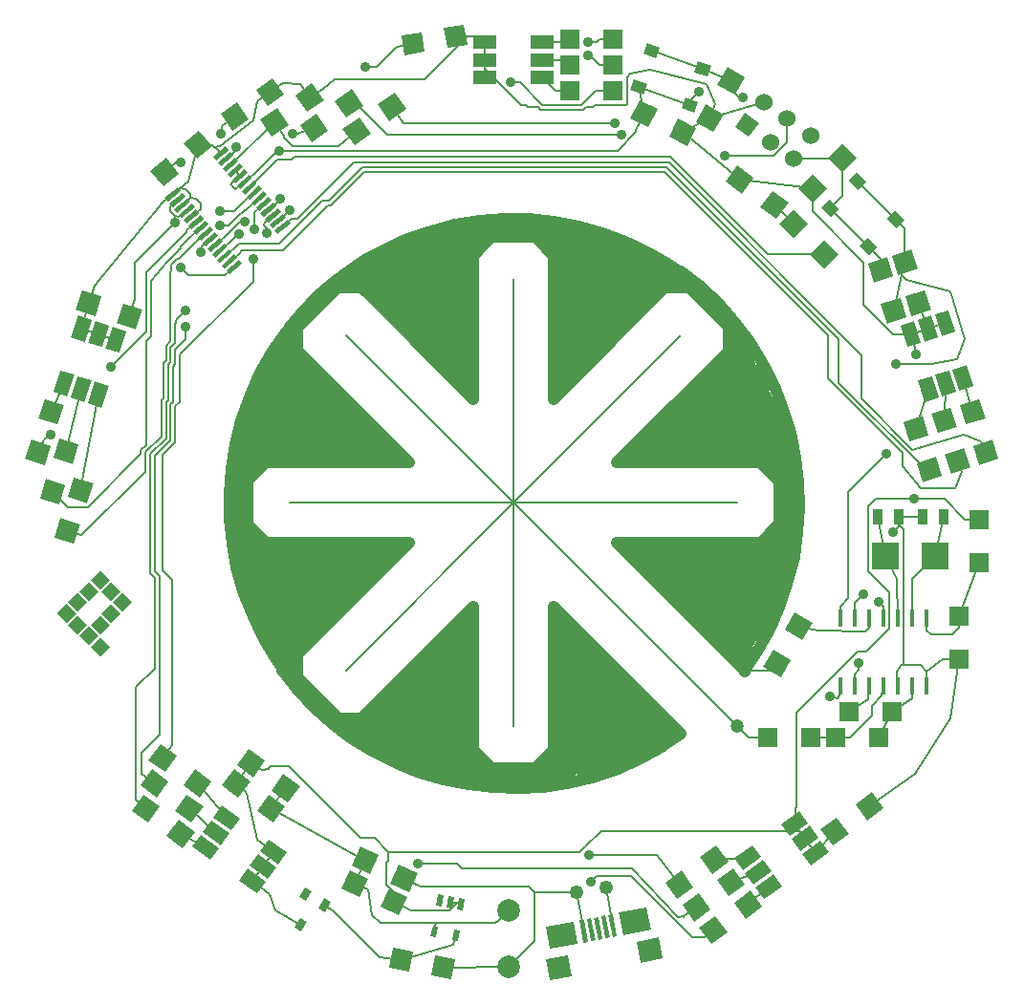
<source format=gtl>
G04 (created by PCBNEW-RS274X (2012-01-19 BZR 3256)-stable) date 12/30/2012 11:34:10 PM*
G01*
G70*
G90*
%MOIN*%
G04 Gerber Fmt 3.4, Leading zero omitted, Abs format*
%FSLAX34Y34*%
G04 APERTURE LIST*
%ADD10C,0.006000*%
%ADD11C,0.039400*%
%ADD12C,0.078700*%
%ADD13C,0.007900*%
%ADD14C,0.060000*%
%ADD15R,0.017700X0.059100*%
%ADD16C,0.047200*%
%ADD17R,0.035000X0.055000*%
%ADD18R,0.094500X0.094500*%
%ADD19R,0.070900X0.070900*%
%ADD20C,0.049200*%
%ADD21C,0.078700*%
%ADD22R,0.078700X0.051200*%
%ADD23C,0.035000*%
%ADD24C,0.008000*%
G04 APERTURE END LIST*
G54D10*
G54D11*
X46887Y-32966D02*
X46887Y-34638D01*
X45774Y-31853D02*
X44102Y-31853D01*
X32966Y-31853D02*
X34081Y-31853D01*
X31853Y-32966D02*
X31853Y-34081D01*
X32966Y-46887D02*
X34081Y-46887D01*
X31853Y-44659D02*
X31853Y-45774D01*
X31436Y-45077D02*
X33663Y-47304D01*
X45077Y-31436D02*
X47444Y-33802D01*
X31436Y-33663D02*
X33663Y-31436D01*
X47722Y-37699D02*
X48835Y-38813D01*
X48557Y-40205D02*
X48835Y-39927D01*
X39927Y-29905D02*
X41041Y-31018D01*
X38813Y-29905D02*
X37561Y-31157D01*
X29905Y-38813D02*
X31018Y-37699D01*
X30044Y-40067D02*
X30879Y-40902D01*
X37978Y-48000D02*
X38673Y-48696D01*
X40762Y-48000D02*
X40067Y-48696D01*
X48000Y-40762D02*
X48557Y-40205D01*
X48000Y-37978D02*
X48557Y-38535D01*
X45077Y-31436D02*
X44798Y-31714D01*
X33663Y-31436D02*
X34220Y-31993D01*
X31436Y-33663D02*
X31853Y-34081D01*
X31296Y-45216D02*
X31714Y-44798D01*
X33524Y-47444D02*
X34081Y-46887D01*
X46608Y-34359D02*
X47444Y-33524D01*
X42989Y-37978D02*
X49114Y-37978D01*
X42989Y-37978D02*
X48835Y-37700D01*
G54D12*
X37700Y-29905D02*
X40483Y-29905D01*
X48835Y-41040D02*
X48835Y-37143D01*
X37700Y-48835D02*
X40483Y-48835D01*
X29905Y-37700D02*
X29905Y-41040D01*
X36308Y-31853D02*
X36865Y-32410D01*
X37700Y-34915D02*
X34081Y-31296D01*
X34081Y-31296D02*
X37700Y-29905D01*
X37700Y-29905D02*
X37700Y-34359D01*
X37700Y-34359D02*
X34916Y-31576D01*
X34916Y-31576D02*
X37421Y-30740D01*
X37421Y-30740D02*
X37421Y-33524D01*
X37421Y-33524D02*
X35751Y-31853D01*
X35751Y-31853D02*
X36865Y-31297D01*
X36865Y-31297D02*
X36865Y-32410D01*
X34915Y-37700D02*
X31296Y-34081D01*
X31296Y-34081D02*
X29905Y-37700D01*
X29905Y-37700D02*
X34359Y-37700D01*
X34359Y-37700D02*
X31576Y-34916D01*
X31576Y-34916D02*
X30740Y-37421D01*
X30740Y-37421D02*
X33524Y-37421D01*
X33524Y-37421D02*
X31853Y-35751D01*
X31853Y-35751D02*
X31575Y-37143D01*
X31575Y-37143D02*
X32689Y-37143D01*
X32689Y-37143D02*
X32131Y-36586D01*
X34915Y-41040D02*
X31296Y-44659D01*
X31296Y-44659D02*
X30462Y-42710D01*
X30462Y-42710D02*
X29905Y-41040D01*
X29905Y-41040D02*
X34359Y-41040D01*
X34359Y-41040D02*
X31576Y-43824D01*
X31576Y-43824D02*
X30740Y-41319D01*
X30740Y-41319D02*
X33524Y-41319D01*
X33524Y-41319D02*
X31575Y-43268D01*
X31575Y-43268D02*
X31297Y-41875D01*
X31297Y-41875D02*
X32410Y-41875D01*
X32410Y-41875D02*
X31853Y-42432D01*
X37700Y-43825D02*
X37700Y-48835D01*
X37700Y-48835D02*
X36030Y-48278D01*
X36030Y-48278D02*
X34081Y-47444D01*
X34081Y-47444D02*
X37422Y-44103D01*
X37422Y-44103D02*
X37143Y-48278D01*
X37143Y-48278D02*
X34637Y-47443D01*
X34637Y-47443D02*
X36864Y-45216D01*
X36864Y-45216D02*
X36586Y-47722D01*
X36586Y-47722D02*
X35195Y-47443D01*
X35195Y-47443D02*
X36308Y-46330D01*
X36308Y-46330D02*
X36030Y-47165D01*
X48835Y-37143D02*
X48557Y-36308D01*
X42432Y-46887D02*
X43545Y-48000D01*
X43545Y-48000D02*
X42432Y-48557D01*
X42432Y-48557D02*
X42432Y-47443D01*
X42432Y-47443D02*
X42711Y-47722D01*
X41875Y-45773D02*
X41876Y-48557D01*
X41597Y-45495D02*
X43824Y-47722D01*
X41319Y-44659D02*
X41319Y-48557D01*
X41319Y-44659D02*
X44381Y-47722D01*
X41040Y-43825D02*
X41040Y-48835D01*
X41040Y-43825D02*
X44659Y-47444D01*
X48835Y-41040D02*
X48557Y-42432D01*
X47722Y-43267D02*
X48278Y-43268D01*
X47444Y-42989D02*
X48000Y-43545D01*
X46608Y-42710D02*
X48278Y-42710D01*
X46051Y-42154D02*
X47722Y-43824D01*
X45494Y-42154D02*
X48279Y-42154D01*
X44938Y-41597D02*
X47443Y-44103D01*
X44381Y-41597D02*
X48835Y-41597D01*
X44103Y-41318D02*
X47444Y-44659D01*
X43825Y-41040D02*
X48835Y-41040D01*
X47444Y-35751D02*
X48000Y-35195D01*
X47444Y-35751D02*
X48000Y-35751D01*
X46608Y-36030D02*
X47722Y-34916D01*
X46051Y-36586D02*
X48278Y-36030D01*
X45216Y-36864D02*
X47443Y-34637D01*
X44938Y-37143D02*
X48279Y-36586D01*
X43825Y-37700D02*
X48835Y-37143D01*
X44103Y-37422D02*
X47444Y-34081D01*
X41040Y-29905D02*
X42710Y-30462D01*
X42710Y-30462D02*
X44659Y-31296D01*
X42989Y-31296D02*
X42989Y-30740D01*
X42710Y-31575D02*
X43545Y-30740D01*
X42154Y-32689D02*
X42432Y-30183D01*
X42154Y-32689D02*
X43824Y-31018D01*
X41597Y-33802D02*
X44103Y-31297D01*
X41597Y-33802D02*
X41876Y-30183D01*
X41040Y-34915D02*
X41319Y-30183D01*
X41040Y-34915D02*
X44381Y-31575D01*
G54D11*
X42989Y-40762D02*
X49114Y-40762D01*
X42989Y-40762D02*
X47444Y-45216D01*
X40762Y-42989D02*
X45216Y-47444D01*
X40762Y-42989D02*
X40762Y-49114D01*
X37978Y-42989D02*
X37978Y-49114D01*
X37978Y-42989D02*
X33802Y-47165D01*
X35751Y-40762D02*
X31575Y-44938D01*
X35751Y-40762D02*
X29626Y-40762D01*
X35751Y-37978D02*
X29626Y-37978D01*
X35751Y-37978D02*
X31575Y-33802D01*
X37978Y-35751D02*
X33802Y-31575D01*
X37978Y-35751D02*
X37978Y-29626D01*
X40762Y-35751D02*
X44938Y-31575D01*
X42989Y-37978D02*
X49114Y-37421D01*
X42989Y-37978D02*
X47165Y-33802D01*
X40762Y-35751D02*
X40762Y-29626D01*
G54D13*
X39370Y-39370D02*
X31575Y-39370D01*
X39370Y-39370D02*
X39370Y-47165D01*
X39370Y-39370D02*
X47165Y-39370D01*
X39370Y-39370D02*
X39370Y-31575D01*
G54D11*
X31296Y-45214D02*
X31836Y-45896D01*
X32434Y-46528D01*
X33084Y-47105D01*
X33782Y-47624D01*
X34523Y-48079D01*
X35300Y-48469D01*
X36109Y-48789D01*
X36942Y-49037D01*
X37794Y-49212D01*
X38658Y-49312D01*
X39526Y-49336D01*
X40394Y-49285D01*
X41254Y-49158D01*
X42100Y-48956D01*
X42925Y-48682D01*
X43724Y-48336D01*
X44488Y-47923D01*
X45214Y-47444D01*
X47444Y-45214D02*
X47923Y-44488D01*
X48336Y-43724D01*
X48682Y-42925D01*
X48956Y-42100D01*
X49158Y-41254D01*
X49285Y-40394D01*
X49336Y-39526D01*
X49312Y-38658D01*
X49212Y-37794D01*
X49037Y-36942D01*
X48789Y-36109D01*
X48469Y-35300D01*
X48079Y-34523D01*
X47624Y-33782D01*
X47105Y-33084D01*
X46528Y-32434D01*
X45896Y-31836D01*
X45214Y-31296D01*
G54D13*
X39370Y-39370D02*
X47165Y-47165D01*
X39370Y-39370D02*
X45216Y-33524D01*
X39370Y-39370D02*
X33524Y-45216D01*
X39370Y-39370D02*
X33524Y-33524D01*
G54D11*
X33240Y-31580D02*
X32585Y-32144D01*
X31981Y-32763D01*
X31433Y-33432D01*
X30946Y-34147D01*
X30522Y-34901D01*
X30166Y-35689D01*
X29881Y-36505D01*
X29667Y-37343D01*
X29527Y-38197D01*
X29462Y-39059D01*
X29473Y-39923D01*
X29559Y-40783D01*
X29719Y-41633D01*
X29953Y-42466D01*
X30259Y-43275D01*
X30634Y-44054D01*
X31076Y-44797D01*
X31580Y-45500D01*
X45500Y-31580D02*
X44797Y-31076D01*
X44054Y-30634D01*
X43275Y-30259D01*
X42466Y-29953D01*
X41633Y-29719D01*
X40783Y-29559D01*
X39923Y-29473D01*
X39059Y-29462D01*
X38197Y-29527D01*
X37343Y-29667D01*
X36505Y-29881D01*
X35689Y-30166D01*
X34901Y-30522D01*
X34147Y-30946D01*
X33432Y-31433D01*
X32763Y-31981D01*
X32144Y-32585D01*
X31580Y-33240D01*
G54D10*
G36*
X47100Y-26261D02*
X47453Y-25776D01*
X47938Y-26129D01*
X47585Y-26614D01*
X47100Y-26261D01*
X47100Y-26261D01*
G37*
G54D14*
X48107Y-25386D03*
X48328Y-26783D03*
X48916Y-25973D03*
X49137Y-27370D03*
X49725Y-26561D03*
G54D15*
X52264Y-43406D03*
X52764Y-43406D03*
X53264Y-43406D03*
X53764Y-43406D03*
X51764Y-43406D03*
X51264Y-43406D03*
X50764Y-43406D03*
X50764Y-45768D03*
X51264Y-45768D03*
X51764Y-45768D03*
X52264Y-45768D03*
X52764Y-45768D03*
X53264Y-45768D03*
X53764Y-45768D03*
G54D16*
X47165Y-47165D03*
X47444Y-45216D03*
G54D17*
X54384Y-39862D03*
X53634Y-39862D03*
X52059Y-39862D03*
X52809Y-39862D03*
G54D18*
X54087Y-41240D03*
X52355Y-41240D03*
G54D10*
G36*
X44030Y-24752D02*
X43895Y-25122D01*
X43452Y-24960D01*
X43587Y-24590D01*
X44030Y-24752D01*
X44030Y-24752D01*
G37*
G36*
X44488Y-23495D02*
X44353Y-23865D01*
X43910Y-23703D01*
X44045Y-23333D01*
X44488Y-23495D01*
X44488Y-23495D01*
G37*
G36*
X45806Y-25399D02*
X45671Y-25769D01*
X45228Y-25607D01*
X45363Y-25237D01*
X45806Y-25399D01*
X45806Y-25399D01*
G37*
G36*
X46264Y-24142D02*
X46129Y-24512D01*
X45686Y-24350D01*
X45821Y-23980D01*
X46264Y-24142D01*
X46264Y-24142D01*
G37*
G36*
X52394Y-29458D02*
X52672Y-29180D01*
X53006Y-29514D01*
X52728Y-29792D01*
X52394Y-29458D01*
X52394Y-29458D01*
G37*
G36*
X51448Y-30404D02*
X51726Y-30126D01*
X52060Y-30460D01*
X51782Y-30738D01*
X51448Y-30404D01*
X51448Y-30404D01*
G37*
G36*
X51058Y-28122D02*
X51336Y-27844D01*
X51670Y-28178D01*
X51392Y-28456D01*
X51058Y-28122D01*
X51058Y-28122D01*
G37*
G36*
X50112Y-29068D02*
X50390Y-28790D01*
X50724Y-29124D01*
X50446Y-29402D01*
X50112Y-29068D01*
X50112Y-29068D01*
G37*
G36*
X53463Y-31209D02*
X52790Y-31428D01*
X52571Y-30755D01*
X53244Y-30536D01*
X53463Y-31209D01*
X53463Y-31209D01*
G37*
G36*
X53925Y-32631D02*
X53252Y-32850D01*
X53033Y-32177D01*
X53706Y-31958D01*
X53925Y-32631D01*
X53925Y-32631D01*
G37*
G36*
X25541Y-33096D02*
X25760Y-32423D01*
X26433Y-32642D01*
X26214Y-33315D01*
X25541Y-33096D01*
X25541Y-33096D01*
G37*
G36*
X24119Y-32634D02*
X24338Y-31961D01*
X25011Y-32180D01*
X24792Y-32853D01*
X24119Y-32634D01*
X24119Y-32634D01*
G37*
G36*
X24505Y-39381D02*
X23832Y-39162D01*
X24051Y-38489D01*
X24724Y-38708D01*
X24505Y-39381D01*
X24505Y-39381D01*
G37*
G36*
X24043Y-40803D02*
X23370Y-40584D01*
X23589Y-39911D01*
X24262Y-40130D01*
X24043Y-40803D01*
X24043Y-40803D01*
G37*
G36*
X23489Y-36644D02*
X22816Y-36425D01*
X23035Y-35752D01*
X23708Y-35971D01*
X23489Y-36644D01*
X23489Y-36644D01*
G37*
G36*
X23027Y-38066D02*
X22354Y-37847D01*
X22573Y-37174D01*
X23246Y-37393D01*
X23027Y-38066D01*
X23027Y-38066D01*
G37*
G36*
X23997Y-38015D02*
X23324Y-37796D01*
X23543Y-37123D01*
X24216Y-37342D01*
X23997Y-38015D01*
X23997Y-38015D01*
G37*
G36*
X23535Y-39437D02*
X22862Y-39218D01*
X23081Y-38545D01*
X23754Y-38764D01*
X23535Y-39437D01*
X23535Y-39437D01*
G37*
G36*
X30802Y-25536D02*
X30396Y-24956D01*
X30976Y-24550D01*
X31382Y-25130D01*
X30802Y-25536D01*
X30802Y-25536D01*
G37*
G36*
X29576Y-26394D02*
X29170Y-25814D01*
X29750Y-25408D01*
X30156Y-25988D01*
X29576Y-26394D01*
X29576Y-26394D01*
G37*
G36*
X27266Y-27344D02*
X27721Y-27887D01*
X27178Y-28342D01*
X26723Y-27799D01*
X27266Y-27344D01*
X27266Y-27344D01*
G37*
G36*
X28412Y-26382D02*
X28867Y-26925D01*
X28324Y-27380D01*
X27869Y-26837D01*
X28412Y-26382D01*
X28412Y-26382D01*
G37*
G36*
X28209Y-29906D02*
X28652Y-29534D01*
X28757Y-29660D01*
X28314Y-30032D01*
X28209Y-29906D01*
X28209Y-29906D01*
G37*
G36*
X28373Y-30102D02*
X28816Y-29730D01*
X28921Y-29856D01*
X28478Y-30228D01*
X28373Y-30102D01*
X28373Y-30102D01*
G37*
G36*
X28538Y-30299D02*
X28981Y-29927D01*
X29086Y-30053D01*
X28643Y-30425D01*
X28538Y-30299D01*
X28538Y-30299D01*
G37*
G36*
X28702Y-30495D02*
X29145Y-30123D01*
X29250Y-30249D01*
X28807Y-30621D01*
X28702Y-30495D01*
X28702Y-30495D01*
G37*
G36*
X29404Y-27906D02*
X29847Y-27534D01*
X29952Y-27660D01*
X29509Y-28032D01*
X29404Y-27906D01*
X29404Y-27906D01*
G37*
G36*
X27715Y-29318D02*
X28158Y-28946D01*
X28263Y-29072D01*
X27820Y-29444D01*
X27715Y-29318D01*
X27715Y-29318D01*
G37*
G36*
X27879Y-29514D02*
X28322Y-29142D01*
X28427Y-29268D01*
X27984Y-29640D01*
X27879Y-29514D01*
X27879Y-29514D01*
G37*
G36*
X28044Y-29710D02*
X28487Y-29338D01*
X28592Y-29464D01*
X28149Y-29836D01*
X28044Y-29710D01*
X28044Y-29710D01*
G37*
G36*
X30555Y-29274D02*
X30998Y-28902D01*
X31103Y-29028D01*
X30660Y-29400D01*
X30555Y-29274D01*
X30555Y-29274D01*
G37*
G36*
X30391Y-29078D02*
X30834Y-28706D01*
X30939Y-28832D01*
X30496Y-29204D01*
X30391Y-29078D01*
X30391Y-29078D01*
G37*
G36*
X30226Y-28882D02*
X30669Y-28510D01*
X30774Y-28636D01*
X30331Y-29008D01*
X30226Y-28882D01*
X30226Y-28882D01*
G37*
G36*
X30061Y-28686D02*
X30504Y-28314D01*
X30609Y-28440D01*
X30166Y-28812D01*
X30061Y-28686D01*
X30061Y-28686D01*
G37*
G36*
X29897Y-28490D02*
X30340Y-28118D01*
X30445Y-28244D01*
X30002Y-28616D01*
X29897Y-28490D01*
X29897Y-28490D01*
G37*
G36*
X29732Y-28293D02*
X30175Y-27921D01*
X30280Y-28047D01*
X29837Y-28419D01*
X29732Y-28293D01*
X29732Y-28293D01*
G37*
G36*
X28867Y-30691D02*
X29310Y-30319D01*
X29415Y-30445D01*
X28972Y-30817D01*
X28867Y-30691D01*
X28867Y-30691D01*
G37*
G36*
X29566Y-28099D02*
X30009Y-27727D01*
X30114Y-27853D01*
X29671Y-28225D01*
X29566Y-28099D01*
X29566Y-28099D01*
G37*
G36*
X27550Y-29122D02*
X27993Y-28750D01*
X28098Y-28876D01*
X27655Y-29248D01*
X27550Y-29122D01*
X27550Y-29122D01*
G37*
G36*
X29031Y-30887D02*
X29474Y-30515D01*
X29579Y-30641D01*
X29136Y-31013D01*
X29031Y-30887D01*
X29031Y-30887D01*
G37*
G36*
X30720Y-29470D02*
X31163Y-29098D01*
X31268Y-29224D01*
X30825Y-29596D01*
X30720Y-29470D01*
X30720Y-29470D01*
G37*
G36*
X29239Y-27705D02*
X29682Y-27333D01*
X29787Y-27459D01*
X29344Y-27831D01*
X29239Y-27705D01*
X29239Y-27705D01*
G37*
G36*
X27386Y-28927D02*
X27829Y-28555D01*
X27934Y-28681D01*
X27491Y-29053D01*
X27386Y-28927D01*
X27386Y-28927D01*
G37*
G36*
X29195Y-31082D02*
X29638Y-30710D01*
X29743Y-30836D01*
X29300Y-31208D01*
X29195Y-31082D01*
X29195Y-31082D01*
G37*
G36*
X30884Y-29665D02*
X31327Y-29293D01*
X31432Y-29419D01*
X30989Y-29791D01*
X30884Y-29665D01*
X30884Y-29665D01*
G37*
G36*
X29075Y-27510D02*
X29518Y-27138D01*
X29623Y-27264D01*
X29180Y-27636D01*
X29075Y-27510D01*
X29075Y-27510D01*
G37*
G36*
X27222Y-28730D02*
X27665Y-28358D01*
X27770Y-28484D01*
X27327Y-28856D01*
X27222Y-28730D01*
X27222Y-28730D01*
G37*
G36*
X29360Y-31278D02*
X29803Y-30906D01*
X29908Y-31032D01*
X29465Y-31404D01*
X29360Y-31278D01*
X29360Y-31278D01*
G37*
G36*
X31048Y-29862D02*
X31491Y-29490D01*
X31596Y-29616D01*
X31153Y-29988D01*
X31048Y-29862D01*
X31048Y-29862D01*
G37*
G36*
X28910Y-27314D02*
X29353Y-26942D01*
X29458Y-27068D01*
X29015Y-27440D01*
X28910Y-27314D01*
X28910Y-27314D01*
G37*
G36*
X32180Y-25733D02*
X31774Y-25153D01*
X32354Y-24747D01*
X32760Y-25327D01*
X32180Y-25733D01*
X32180Y-25733D01*
G37*
G36*
X30954Y-26591D02*
X30548Y-26011D01*
X31128Y-25605D01*
X31534Y-26185D01*
X30954Y-26591D01*
X30954Y-26591D01*
G37*
G36*
X33557Y-25930D02*
X33151Y-25350D01*
X33731Y-24944D01*
X34137Y-25524D01*
X33557Y-25930D01*
X33557Y-25930D01*
G37*
G36*
X32331Y-26788D02*
X31925Y-26208D01*
X32505Y-25802D01*
X32911Y-26382D01*
X32331Y-26788D01*
X32331Y-26788D01*
G37*
G36*
X48433Y-44495D02*
X49047Y-44849D01*
X48693Y-45463D01*
X48079Y-45109D01*
X48433Y-44495D01*
X48433Y-44495D01*
G37*
G36*
X49181Y-43199D02*
X49795Y-43553D01*
X49441Y-44167D01*
X48827Y-43813D01*
X49181Y-43199D01*
X49181Y-43199D01*
G37*
G36*
X34674Y-51678D02*
X34375Y-52319D01*
X33734Y-52020D01*
X34033Y-51379D01*
X34674Y-51678D01*
X34674Y-51678D01*
G37*
G36*
X36030Y-52310D02*
X35731Y-52951D01*
X35090Y-52652D01*
X35389Y-52011D01*
X36030Y-52310D01*
X36030Y-52310D01*
G37*
G36*
X30426Y-50124D02*
X30842Y-49552D01*
X31414Y-49968D01*
X30998Y-50540D01*
X30426Y-50124D01*
X30426Y-50124D01*
G37*
G36*
X29216Y-49244D02*
X29632Y-48672D01*
X30204Y-49088D01*
X29788Y-49660D01*
X29216Y-49244D01*
X29216Y-49244D01*
G37*
G36*
X27867Y-49238D02*
X28283Y-48666D01*
X28855Y-49082D01*
X28439Y-49654D01*
X27867Y-49238D01*
X27867Y-49238D01*
G37*
G36*
X26657Y-48358D02*
X27073Y-47786D01*
X27645Y-48202D01*
X27229Y-48774D01*
X26657Y-48358D01*
X26657Y-48358D01*
G37*
G36*
X27572Y-50124D02*
X27988Y-49552D01*
X28560Y-49968D01*
X28144Y-50540D01*
X27572Y-50124D01*
X27572Y-50124D01*
G37*
G36*
X26362Y-49244D02*
X26778Y-48672D01*
X27350Y-49088D01*
X26934Y-49660D01*
X26362Y-49244D01*
X26362Y-49244D01*
G37*
G36*
X27276Y-51010D02*
X27692Y-50438D01*
X28264Y-50854D01*
X27848Y-51426D01*
X27276Y-51010D01*
X27276Y-51010D01*
G37*
G36*
X26066Y-50130D02*
X26482Y-49558D01*
X27054Y-49974D01*
X26638Y-50546D01*
X26066Y-50130D01*
X26066Y-50130D01*
G37*
G54D19*
X52579Y-46673D03*
X51083Y-46673D03*
X48228Y-47559D03*
X49724Y-47559D03*
G54D10*
G36*
X34320Y-52505D02*
X34021Y-53146D01*
X33380Y-52847D01*
X33679Y-52206D01*
X34320Y-52505D01*
X34320Y-52505D01*
G37*
G36*
X35676Y-53137D02*
X35377Y-53778D01*
X34736Y-53479D01*
X35035Y-52838D01*
X35676Y-53137D01*
X35676Y-53137D01*
G37*
G36*
X35864Y-55036D02*
X35741Y-55733D01*
X35044Y-55610D01*
X35167Y-54913D01*
X35864Y-55036D01*
X35864Y-55036D01*
G37*
G36*
X37338Y-55296D02*
X37215Y-55993D01*
X36518Y-55870D01*
X36641Y-55173D01*
X37338Y-55296D01*
X37338Y-55296D01*
G37*
G36*
X46295Y-52318D02*
X45879Y-51746D01*
X46451Y-51330D01*
X46867Y-51902D01*
X46295Y-52318D01*
X46295Y-52318D01*
G37*
G36*
X45085Y-53198D02*
X44669Y-52626D01*
X45241Y-52210D01*
X45657Y-52782D01*
X45085Y-53198D01*
X45085Y-53198D01*
G37*
G36*
X46885Y-53105D02*
X46469Y-52533D01*
X47041Y-52117D01*
X47457Y-52689D01*
X46885Y-53105D01*
X46885Y-53105D01*
G37*
G36*
X45675Y-53985D02*
X45259Y-53413D01*
X45831Y-52997D01*
X46247Y-53569D01*
X45675Y-53985D01*
X45675Y-53985D01*
G37*
G36*
X47476Y-53893D02*
X47060Y-53321D01*
X47632Y-52905D01*
X48048Y-53477D01*
X47476Y-53893D01*
X47476Y-53893D01*
G37*
G36*
X46266Y-54773D02*
X45850Y-54201D01*
X46422Y-53785D01*
X46838Y-54357D01*
X46266Y-54773D01*
X46266Y-54773D01*
G37*
G36*
X51708Y-50458D02*
X51292Y-49886D01*
X51864Y-49470D01*
X52280Y-50042D01*
X51708Y-50458D01*
X51708Y-50458D01*
G37*
G36*
X50498Y-51338D02*
X50082Y-50766D01*
X50654Y-50350D01*
X51070Y-50922D01*
X50498Y-51338D01*
X50498Y-51338D01*
G37*
G36*
X47095Y-25147D02*
X46481Y-24793D01*
X46835Y-24179D01*
X47449Y-24533D01*
X47095Y-25147D01*
X47095Y-25147D01*
G37*
G36*
X46347Y-26443D02*
X45733Y-26089D01*
X46087Y-25475D01*
X46701Y-25829D01*
X46347Y-26443D01*
X46347Y-26443D01*
G37*
G54D19*
X52106Y-47559D03*
X50610Y-47559D03*
G54D10*
G36*
X50856Y-27826D02*
X50355Y-27325D01*
X50856Y-26824D01*
X51357Y-27325D01*
X50856Y-27826D01*
X50856Y-27826D01*
G37*
G36*
X49798Y-28884D02*
X49297Y-28383D01*
X49798Y-27882D01*
X50299Y-28383D01*
X49798Y-28884D01*
X49798Y-28884D01*
G37*
G54D19*
X55600Y-41448D03*
X55600Y-39952D03*
X54921Y-44842D03*
X54921Y-43346D03*
G54D10*
G36*
X53857Y-37016D02*
X53184Y-37235D01*
X52965Y-36562D01*
X53638Y-36343D01*
X53857Y-37016D01*
X53857Y-37016D01*
G37*
G36*
X54319Y-38438D02*
X53646Y-38657D01*
X53427Y-37984D01*
X54100Y-37765D01*
X54319Y-38438D01*
X54319Y-38438D01*
G37*
G36*
X55825Y-36425D02*
X55152Y-36644D01*
X54933Y-35971D01*
X55606Y-35752D01*
X55825Y-36425D01*
X55825Y-36425D01*
G37*
G36*
X56287Y-37847D02*
X55614Y-38066D01*
X55395Y-37393D01*
X56068Y-37174D01*
X56287Y-37847D01*
X56287Y-37847D01*
G37*
G36*
X54841Y-36721D02*
X54168Y-36940D01*
X53949Y-36267D01*
X54622Y-36048D01*
X54841Y-36721D01*
X54841Y-36721D01*
G37*
G36*
X55303Y-38143D02*
X54630Y-38362D01*
X54411Y-37689D01*
X55084Y-37470D01*
X55303Y-38143D01*
X55303Y-38143D01*
G37*
G36*
X52187Y-32445D02*
X52860Y-32226D01*
X53079Y-32899D01*
X52406Y-33118D01*
X52187Y-32445D01*
X52187Y-32445D01*
G37*
G36*
X51725Y-31023D02*
X52398Y-30804D01*
X52617Y-31477D01*
X51944Y-31696D01*
X51725Y-31023D01*
X51725Y-31023D01*
G37*
G36*
X49637Y-29632D02*
X49136Y-30133D01*
X48635Y-29632D01*
X49136Y-29131D01*
X49637Y-29632D01*
X49637Y-29632D01*
G37*
G36*
X50695Y-30690D02*
X50194Y-31191D01*
X49693Y-30690D01*
X50194Y-30189D01*
X50695Y-30690D01*
X50695Y-30690D01*
G37*
G36*
X44399Y-25627D02*
X44089Y-26263D01*
X43453Y-25953D01*
X43763Y-25317D01*
X44399Y-25627D01*
X44399Y-25627D01*
G37*
G36*
X45743Y-26283D02*
X45433Y-26919D01*
X44797Y-26609D01*
X45107Y-25973D01*
X45743Y-26283D01*
X45743Y-26283D01*
G37*
G36*
X47977Y-29057D02*
X48393Y-28485D01*
X48965Y-28901D01*
X48549Y-29473D01*
X47977Y-29057D01*
X47977Y-29057D01*
G37*
G36*
X46767Y-28177D02*
X47183Y-27605D01*
X47755Y-28021D01*
X47339Y-28593D01*
X46767Y-28177D01*
X46767Y-28177D01*
G37*
G54D19*
X41352Y-23200D03*
X42848Y-23200D03*
G54D10*
G36*
X36164Y-22948D02*
X36287Y-23645D01*
X35590Y-23768D01*
X35467Y-23071D01*
X36164Y-22948D01*
X36164Y-22948D01*
G37*
G36*
X37638Y-22688D02*
X37761Y-23385D01*
X37064Y-23508D01*
X36941Y-22811D01*
X37638Y-22688D01*
X37638Y-22688D01*
G37*
G54D19*
X41352Y-24100D03*
X42848Y-24100D03*
X41352Y-25000D03*
X42848Y-25000D03*
G54D10*
G36*
X41822Y-54718D02*
X41672Y-53946D01*
X41826Y-53916D01*
X41976Y-54688D01*
X41822Y-54718D01*
X41822Y-54718D01*
G37*
G36*
X42074Y-54669D02*
X41924Y-53897D01*
X42078Y-53867D01*
X42228Y-54639D01*
X42074Y-54669D01*
X42074Y-54669D01*
G37*
G36*
X42325Y-54620D02*
X42175Y-53848D01*
X42329Y-53818D01*
X42479Y-54590D01*
X42325Y-54620D01*
X42325Y-54620D01*
G37*
G36*
X42576Y-54571D02*
X42426Y-53799D01*
X42580Y-53769D01*
X42730Y-54541D01*
X42576Y-54571D01*
X42576Y-54571D01*
G37*
G36*
X42827Y-54523D02*
X42677Y-53751D01*
X42831Y-53721D01*
X42981Y-54493D01*
X42827Y-54523D01*
X42827Y-54523D01*
G37*
G36*
X40644Y-54947D02*
X40494Y-54175D01*
X41460Y-53987D01*
X41610Y-54759D01*
X40644Y-54947D01*
X40644Y-54947D01*
G37*
G36*
X43194Y-54451D02*
X43044Y-53679D01*
X44010Y-53491D01*
X44160Y-54263D01*
X43194Y-54451D01*
X43194Y-54451D01*
G37*
G36*
X43804Y-55416D02*
X43661Y-54682D01*
X44432Y-54532D01*
X44575Y-55266D01*
X43804Y-55416D01*
X43804Y-55416D01*
G37*
G36*
X40635Y-56032D02*
X40492Y-55298D01*
X41263Y-55148D01*
X41406Y-55882D01*
X40635Y-56032D01*
X40635Y-56032D01*
G37*
G36*
X24961Y-44733D02*
X24627Y-44399D01*
X24961Y-44065D01*
X25295Y-44399D01*
X24961Y-44733D01*
X24961Y-44733D01*
G37*
G36*
X24181Y-43172D02*
X23847Y-42838D01*
X24181Y-42504D01*
X24515Y-42838D01*
X24181Y-43172D01*
X24181Y-43172D01*
G37*
G36*
X24571Y-42783D02*
X24237Y-42449D01*
X24571Y-42115D01*
X24905Y-42449D01*
X24571Y-42783D01*
X24571Y-42783D01*
G37*
G36*
X24960Y-42393D02*
X24626Y-42059D01*
X24960Y-41725D01*
X25294Y-42059D01*
X24960Y-42393D01*
X24960Y-42393D01*
G37*
G36*
X23791Y-43563D02*
X23457Y-43229D01*
X23791Y-42895D01*
X24125Y-43229D01*
X23791Y-43563D01*
X23791Y-43563D01*
G37*
G36*
X24180Y-43952D02*
X23846Y-43618D01*
X24180Y-43284D01*
X24514Y-43618D01*
X24180Y-43952D01*
X24180Y-43952D01*
G37*
G36*
X24571Y-44343D02*
X24237Y-44009D01*
X24571Y-43675D01*
X24905Y-44009D01*
X24571Y-44343D01*
X24571Y-44343D01*
G37*
G36*
X25350Y-42783D02*
X25016Y-42449D01*
X25350Y-42115D01*
X25684Y-42449D01*
X25350Y-42783D01*
X25350Y-42783D01*
G37*
G36*
X25740Y-43173D02*
X25406Y-42839D01*
X25740Y-42505D01*
X26074Y-42839D01*
X25740Y-43173D01*
X25740Y-43173D01*
G37*
G36*
X24961Y-43952D02*
X24627Y-43618D01*
X24961Y-43284D01*
X25295Y-43618D01*
X24961Y-43952D01*
X24961Y-43952D01*
G37*
G36*
X25351Y-43563D02*
X25017Y-43229D01*
X25351Y-42895D01*
X25685Y-43229D01*
X25351Y-43563D01*
X25351Y-43563D01*
G37*
G54D20*
X41575Y-52953D03*
X42598Y-52795D03*
G54D21*
X39193Y-53593D03*
X39193Y-55561D03*
G54D10*
G36*
X32173Y-53992D02*
X31976Y-54334D01*
X31737Y-54196D01*
X31934Y-53854D01*
X32173Y-53992D01*
X32173Y-53992D01*
G37*
G36*
X32348Y-52938D02*
X32151Y-53280D01*
X31912Y-53142D01*
X32109Y-52800D01*
X32348Y-52938D01*
X32348Y-52938D01*
G37*
G36*
X32998Y-53313D02*
X32801Y-53655D01*
X32562Y-53517D01*
X32759Y-53175D01*
X32998Y-53313D01*
X32998Y-53313D01*
G37*
G36*
X37684Y-53203D02*
X37615Y-53591D01*
X37418Y-53557D01*
X37487Y-53169D01*
X37684Y-53203D01*
X37684Y-53203D01*
G37*
G36*
X36947Y-53073D02*
X36878Y-53461D01*
X36681Y-53427D01*
X36750Y-53039D01*
X36947Y-53073D01*
X36947Y-53073D01*
G37*
G36*
X37493Y-54289D02*
X37424Y-54677D01*
X37227Y-54643D01*
X37296Y-54255D01*
X37493Y-54289D01*
X37493Y-54289D01*
G37*
G36*
X37316Y-53138D02*
X37247Y-53526D01*
X37050Y-53492D01*
X37119Y-53104D01*
X37316Y-53138D01*
X37316Y-53138D01*
G37*
G36*
X36756Y-54159D02*
X36687Y-54547D01*
X36490Y-54513D01*
X36559Y-54125D01*
X36756Y-54159D01*
X36756Y-54159D01*
G37*
G36*
X31103Y-52090D02*
X30802Y-52504D01*
X30167Y-52042D01*
X30468Y-51628D01*
X31103Y-52090D01*
X31103Y-52090D01*
G37*
G36*
X29479Y-50910D02*
X29178Y-51324D01*
X28543Y-50862D01*
X28844Y-50448D01*
X29479Y-50910D01*
X29479Y-50910D01*
G37*
G36*
X29849Y-50400D02*
X29548Y-50814D01*
X28913Y-50352D01*
X29214Y-49938D01*
X29849Y-50400D01*
X29849Y-50400D01*
G37*
G36*
X29108Y-51420D02*
X28807Y-51834D01*
X28172Y-51372D01*
X28473Y-50958D01*
X29108Y-51420D01*
X29108Y-51420D01*
G37*
G36*
X30733Y-52600D02*
X30432Y-53014D01*
X29797Y-52552D01*
X30098Y-52138D01*
X30733Y-52600D01*
X30733Y-52600D01*
G37*
G36*
X31474Y-51580D02*
X31173Y-51994D01*
X30538Y-51532D01*
X30839Y-51118D01*
X31474Y-51580D01*
X31474Y-51580D01*
G37*
G36*
X49699Y-50645D02*
X50000Y-51059D01*
X49365Y-51521D01*
X49064Y-51107D01*
X49699Y-50645D01*
X49699Y-50645D01*
G37*
G36*
X48075Y-51825D02*
X48376Y-52239D01*
X47741Y-52701D01*
X47440Y-52287D01*
X48075Y-51825D01*
X48075Y-51825D01*
G37*
G36*
X47704Y-51315D02*
X48005Y-51729D01*
X47370Y-52191D01*
X47069Y-51777D01*
X47704Y-51315D01*
X47704Y-51315D01*
G37*
G36*
X48445Y-52335D02*
X48746Y-52749D01*
X48111Y-53211D01*
X47810Y-52797D01*
X48445Y-52335D01*
X48445Y-52335D01*
G37*
G36*
X50070Y-51155D02*
X50371Y-51569D01*
X49736Y-52031D01*
X49435Y-51617D01*
X50070Y-51155D01*
X50070Y-51155D01*
G37*
G36*
X49329Y-50135D02*
X49630Y-50549D01*
X48995Y-51011D01*
X48694Y-50597D01*
X49329Y-50135D01*
X49329Y-50135D01*
G37*
G36*
X53459Y-33002D02*
X53946Y-32844D01*
X54189Y-33592D01*
X53702Y-33750D01*
X53459Y-33002D01*
X53459Y-33002D01*
G37*
G36*
X54079Y-34912D02*
X54566Y-34754D01*
X54809Y-35502D01*
X54322Y-35660D01*
X54079Y-34912D01*
X54079Y-34912D01*
G37*
G36*
X53480Y-35107D02*
X53967Y-34949D01*
X54210Y-35697D01*
X53723Y-35855D01*
X53480Y-35107D01*
X53480Y-35107D01*
G37*
G36*
X54678Y-34717D02*
X55165Y-34559D01*
X55408Y-35307D01*
X54921Y-35465D01*
X54678Y-34717D01*
X54678Y-34717D01*
G37*
G36*
X54058Y-32807D02*
X54545Y-32649D01*
X54788Y-33397D01*
X54301Y-33555D01*
X54058Y-32807D01*
X54058Y-32807D01*
G37*
G36*
X52860Y-33197D02*
X53347Y-33039D01*
X53590Y-33787D01*
X53103Y-33945D01*
X52860Y-33197D01*
X52860Y-33197D01*
G37*
G54D22*
X38366Y-23917D03*
X40374Y-23917D03*
X40374Y-24547D03*
X40374Y-23287D03*
X38366Y-23287D03*
X38366Y-24547D03*
G54D10*
G36*
X24794Y-33041D02*
X25281Y-33199D01*
X25038Y-33947D01*
X24551Y-33789D01*
X24794Y-33041D01*
X24794Y-33041D01*
G37*
G36*
X24174Y-34951D02*
X24661Y-35109D01*
X24418Y-35857D01*
X23931Y-35699D01*
X24174Y-34951D01*
X24174Y-34951D01*
G37*
G36*
X23575Y-34756D02*
X24062Y-34914D01*
X23819Y-35662D01*
X23332Y-35504D01*
X23575Y-34756D01*
X23575Y-34756D01*
G37*
G36*
X24773Y-35146D02*
X25260Y-35304D01*
X25017Y-36052D01*
X24530Y-35894D01*
X24773Y-35146D01*
X24773Y-35146D01*
G37*
G36*
X25393Y-33236D02*
X25880Y-33394D01*
X25637Y-34142D01*
X25150Y-33984D01*
X25393Y-33236D01*
X25393Y-33236D01*
G37*
G36*
X24195Y-32846D02*
X24682Y-33004D01*
X24439Y-33752D01*
X23952Y-33594D01*
X24195Y-32846D01*
X24195Y-32846D01*
G37*
G36*
X30938Y-49416D02*
X31354Y-48844D01*
X31926Y-49260D01*
X31510Y-49832D01*
X30938Y-49416D01*
X30938Y-49416D01*
G37*
G36*
X29728Y-48536D02*
X30144Y-47964D01*
X30716Y-48380D01*
X30300Y-48952D01*
X29728Y-48536D01*
X29728Y-48536D01*
G37*
G36*
X34002Y-25920D02*
X34408Y-26500D01*
X33828Y-26906D01*
X33422Y-26326D01*
X34002Y-25920D01*
X34002Y-25920D01*
G37*
G36*
X35228Y-25062D02*
X35634Y-25642D01*
X35054Y-26048D01*
X34648Y-25468D01*
X35228Y-25062D01*
X35228Y-25062D01*
G37*
G54D23*
X50411Y-46121D03*
X47384Y-25223D03*
X51567Y-42571D03*
X43136Y-26530D03*
X52366Y-37667D03*
X46740Y-27261D03*
X52122Y-42847D03*
X42906Y-26142D03*
X51400Y-44967D03*
X53334Y-39240D03*
X53415Y-34205D03*
X45827Y-25039D03*
X52596Y-40396D03*
X31213Y-27092D03*
X27780Y-31164D03*
X34223Y-24176D03*
X52702Y-34526D03*
X27576Y-29589D03*
X27787Y-27494D03*
X31667Y-26508D03*
X29720Y-26960D03*
X29168Y-26510D03*
X30355Y-29815D03*
X30295Y-30876D03*
X27954Y-32652D03*
X29126Y-29212D03*
X31566Y-29150D03*
X41992Y-51661D03*
X36056Y-51969D03*
X30789Y-29964D03*
X28463Y-30646D03*
X39264Y-24703D03*
X29821Y-30004D03*
X41971Y-23308D03*
X42088Y-52587D03*
X31255Y-28779D03*
X27939Y-33219D03*
X29144Y-29692D03*
X23245Y-37006D03*
X25331Y-34635D03*
X30002Y-29555D03*
X41985Y-23766D03*
G54D24*
X50669Y-46181D02*
X50411Y-46121D01*
X50748Y-46102D02*
X50669Y-46181D01*
X50764Y-45768D02*
X50748Y-46102D01*
X46965Y-24663D02*
X46679Y-24663D01*
X45975Y-24246D02*
X46965Y-24663D01*
X51264Y-42874D02*
X51567Y-42571D01*
X46679Y-24663D02*
X47239Y-25223D01*
X44199Y-23599D02*
X45975Y-24246D01*
X51264Y-43406D02*
X51264Y-42874D01*
X47239Y-25223D02*
X47384Y-25223D01*
X33644Y-25437D02*
X33881Y-25437D01*
X34974Y-26530D02*
X43136Y-26530D01*
X33881Y-25437D02*
X34974Y-26530D01*
X48916Y-25973D02*
X48916Y-26795D01*
X51052Y-38981D02*
X51052Y-42699D01*
X51052Y-42699D02*
X50764Y-42987D01*
X52366Y-37667D02*
X51052Y-38981D01*
X50764Y-43406D02*
X50764Y-42987D01*
X48450Y-27261D02*
X46740Y-27261D01*
X48916Y-26795D02*
X48450Y-27261D01*
X50856Y-27325D02*
X50856Y-27334D01*
X50856Y-28658D02*
X50418Y-29096D01*
X52264Y-43406D02*
X52264Y-42987D01*
X52124Y-42847D02*
X52122Y-42847D01*
X52171Y-31250D02*
X52171Y-30849D01*
X49137Y-27370D02*
X50820Y-27370D01*
X51754Y-30432D02*
X50418Y-29096D01*
X52264Y-42987D02*
X52124Y-42847D01*
X52171Y-30849D02*
X51754Y-30432D01*
X50820Y-27370D02*
X50856Y-27334D01*
X50856Y-27334D02*
X50856Y-28658D01*
X51264Y-45768D02*
X51264Y-45349D01*
X35463Y-26016D02*
X35551Y-26142D01*
X35728Y-26142D02*
X42906Y-26142D01*
X35551Y-26142D02*
X35728Y-26142D01*
X51400Y-45213D02*
X51264Y-45349D01*
X35463Y-26016D02*
X35464Y-26015D01*
X35141Y-25555D02*
X35463Y-26016D01*
X51400Y-44967D02*
X51400Y-45213D01*
X51732Y-46220D02*
X51764Y-45768D01*
X51083Y-46673D02*
X51732Y-46220D01*
X32727Y-24918D02*
X33150Y-24606D01*
X41899Y-25569D02*
X41817Y-25651D01*
X44134Y-24252D02*
X46102Y-24764D01*
X43305Y-25488D02*
X42211Y-25488D01*
X30889Y-25043D02*
X31349Y-24721D01*
X42211Y-25488D02*
X42130Y-25569D01*
X41869Y-51363D02*
X41678Y-51554D01*
X45270Y-26446D02*
X46217Y-25959D01*
X32267Y-25240D02*
X32727Y-24918D01*
X46102Y-24764D02*
X46417Y-25472D01*
X42747Y-50828D02*
X49347Y-50828D01*
X33150Y-24606D02*
X36266Y-24596D01*
X31349Y-24721D02*
X31944Y-24779D01*
X31944Y-24779D02*
X32267Y-25240D01*
X41817Y-25651D02*
X40317Y-25651D01*
X36266Y-24596D02*
X37764Y-23098D01*
X27824Y-28999D02*
X28110Y-28740D01*
X24565Y-32407D02*
X24317Y-33299D01*
X43327Y-24539D02*
X43327Y-25466D01*
X39873Y-25568D02*
X39807Y-25502D01*
X52593Y-33492D02*
X53225Y-33492D01*
X43456Y-24410D02*
X43327Y-24539D01*
X49798Y-29210D02*
X51570Y-30982D01*
X34540Y-51073D02*
X34046Y-51073D01*
X46417Y-25472D02*
X46217Y-25959D01*
X42130Y-25569D02*
X41899Y-25569D01*
X35022Y-51555D02*
X41678Y-51555D01*
X41678Y-51554D02*
X41678Y-51555D01*
X37764Y-23098D02*
X38177Y-23098D01*
X38177Y-23098D02*
X38366Y-23287D01*
X30890Y-48563D02*
X30827Y-48661D01*
X29710Y-49166D02*
X30079Y-49488D01*
X29134Y-26929D02*
X28953Y-26960D01*
X27126Y-28898D02*
X27496Y-28607D01*
X47261Y-28099D02*
X45270Y-26446D01*
X51570Y-30982D02*
X51570Y-32469D01*
X27496Y-28607D02*
X27729Y-28408D01*
X35022Y-51555D02*
X34540Y-51073D01*
X31536Y-48563D02*
X30890Y-48563D01*
X30591Y-48701D02*
X30222Y-48458D01*
X30827Y-48661D02*
X30591Y-48701D01*
X27756Y-28386D02*
X27496Y-28607D01*
X24760Y-31808D02*
X27126Y-28898D01*
X40317Y-25651D02*
X40234Y-25568D01*
X28110Y-28583D02*
X27953Y-28425D01*
X35206Y-53308D02*
X35797Y-53583D01*
X51570Y-32469D02*
X52593Y-33492D01*
X28031Y-28150D02*
X28368Y-26881D01*
X27729Y-28408D02*
X28031Y-28150D01*
X43456Y-24410D02*
X44134Y-24252D01*
X53225Y-33492D02*
X53824Y-33297D01*
X49798Y-28383D02*
X49798Y-29210D01*
X37351Y-23098D02*
X37764Y-23098D01*
X24565Y-32407D02*
X24760Y-31808D01*
X37130Y-53585D02*
X35796Y-53585D01*
X28307Y-28780D02*
X28110Y-28740D01*
X27953Y-28425D02*
X27756Y-28386D01*
X28110Y-28740D02*
X28110Y-28583D01*
X35796Y-53584D02*
X35797Y-53583D01*
X28368Y-26881D02*
X28874Y-26881D01*
X37367Y-53347D02*
X37367Y-53348D01*
X37367Y-53348D02*
X37130Y-53585D01*
X38366Y-24232D02*
X39636Y-25502D01*
X37183Y-53315D02*
X37367Y-53347D01*
X52004Y-39240D02*
X53334Y-39240D01*
X42441Y-50827D02*
X42747Y-50828D01*
X34046Y-51073D02*
X31536Y-48563D01*
X46217Y-25959D02*
X46750Y-25797D01*
X40234Y-25568D02*
X39873Y-25568D01*
X54411Y-39240D02*
X55123Y-39952D01*
X53334Y-39240D02*
X54411Y-39240D01*
X39807Y-25502D02*
X39636Y-25502D01*
X30437Y-25359D02*
X30315Y-26024D01*
X28874Y-26881D02*
X28953Y-26960D01*
X29070Y-27077D02*
X29184Y-27191D01*
X53225Y-33492D02*
X53423Y-34101D01*
X43327Y-25466D02*
X43305Y-25488D01*
X41869Y-51363D02*
X42441Y-50827D01*
X53415Y-34108D02*
X53415Y-34205D01*
X30315Y-26024D02*
X29134Y-26929D01*
X35022Y-51848D02*
X34950Y-51920D01*
X35206Y-53308D02*
X35206Y-52953D01*
X29710Y-49166D02*
X30222Y-48458D01*
X51377Y-44558D02*
X51670Y-44558D01*
X51670Y-44558D02*
X52477Y-43751D01*
X53824Y-33297D02*
X54423Y-33102D01*
X49228Y-49835D02*
X49228Y-46707D01*
X51751Y-39493D02*
X52004Y-39240D01*
X46750Y-25797D02*
X48107Y-25386D01*
X49228Y-46707D02*
X51377Y-44558D01*
X24760Y-31808D02*
X24761Y-31805D01*
X30635Y-52066D02*
X30265Y-52576D01*
X38366Y-23917D02*
X38366Y-24232D01*
X24317Y-33299D02*
X24916Y-33494D01*
X49162Y-50573D02*
X49228Y-49835D01*
X49347Y-50828D02*
X49532Y-51083D01*
X28465Y-29134D02*
X28465Y-28937D01*
X30866Y-53031D02*
X31063Y-53583D01*
X52477Y-43751D02*
X52477Y-42486D01*
X49903Y-51593D02*
X50576Y-50844D01*
X34950Y-51920D02*
X34950Y-52697D01*
X37367Y-53347D02*
X37551Y-53380D01*
X24760Y-31805D02*
X24761Y-31805D01*
X55600Y-39952D02*
X55123Y-39952D01*
X53479Y-32404D02*
X53824Y-33297D01*
X31063Y-53583D02*
X31955Y-54094D01*
X24916Y-33494D02*
X25515Y-33689D01*
X35206Y-52953D02*
X34950Y-52697D01*
X51751Y-41760D02*
X51751Y-39493D01*
X53423Y-34101D02*
X53422Y-34101D01*
X52477Y-42486D02*
X51751Y-41760D01*
X28953Y-26960D02*
X29070Y-27077D01*
X49162Y-50573D02*
X49347Y-50828D01*
X49532Y-51083D02*
X49903Y-51593D01*
X30889Y-25043D02*
X30437Y-25359D01*
X35796Y-53585D02*
X35796Y-53584D01*
X28153Y-29391D02*
X28465Y-29134D01*
X31006Y-51556D02*
X30635Y-52066D01*
X30079Y-49488D02*
X30433Y-51142D01*
X38366Y-23287D02*
X38366Y-23917D01*
X30433Y-51142D02*
X31006Y-51556D01*
X30437Y-25359D02*
X30429Y-25365D01*
X35022Y-51848D02*
X35022Y-51555D01*
X30265Y-52576D02*
X30866Y-53031D01*
X47261Y-28099D02*
X49798Y-28383D01*
X28465Y-28937D02*
X28307Y-28780D01*
X38366Y-24232D02*
X38366Y-24547D01*
X53422Y-34101D02*
X53415Y-34108D01*
X50000Y-43825D02*
X49311Y-43683D01*
X49998Y-43825D02*
X50000Y-43825D01*
X51764Y-43406D02*
X51772Y-43740D01*
X51654Y-43858D02*
X50000Y-43825D01*
X51772Y-43740D02*
X51654Y-43858D01*
X54087Y-41240D02*
X54384Y-39862D01*
X53268Y-42047D02*
X54087Y-41240D01*
X53264Y-43406D02*
X53268Y-42047D01*
X52355Y-41240D02*
X52059Y-39862D01*
X52764Y-43406D02*
X52756Y-42047D01*
X52756Y-42047D02*
X52355Y-41240D01*
X51890Y-46457D02*
X52205Y-46102D01*
X50610Y-47559D02*
X51102Y-47559D01*
X51890Y-46811D02*
X51890Y-46457D01*
X51102Y-47559D02*
X51890Y-46811D01*
X52205Y-46102D02*
X52264Y-45768D01*
X49724Y-47559D02*
X50610Y-47559D01*
X53268Y-46181D02*
X52579Y-46673D01*
X52579Y-46673D02*
X52106Y-47559D01*
X53264Y-45768D02*
X53268Y-46181D01*
X55118Y-33661D02*
X54843Y-34370D01*
X54843Y-34370D02*
X53954Y-34526D01*
X53954Y-34526D02*
X52702Y-34526D01*
X52918Y-31418D02*
X53089Y-31589D01*
X53089Y-31589D02*
X54606Y-32008D01*
X34449Y-53780D02*
X34291Y-52874D01*
X38834Y-53952D02*
X38740Y-54016D01*
X39193Y-53593D02*
X38834Y-53952D01*
X36943Y-54016D02*
X36679Y-54016D01*
X38740Y-54016D02*
X36943Y-54016D01*
X34724Y-54016D02*
X34449Y-53780D01*
X35479Y-54016D02*
X35512Y-54016D01*
X35512Y-54016D02*
X36679Y-54016D01*
X34223Y-24176D02*
X34603Y-24176D01*
X35877Y-23358D02*
X35323Y-23456D01*
X27559Y-29572D02*
X27576Y-29589D01*
X34603Y-24176D02*
X35323Y-23456D01*
X52977Y-45039D02*
X53583Y-45039D01*
X42996Y-27092D02*
X43644Y-26444D01*
X45517Y-25503D02*
X45517Y-25349D01*
X30006Y-28170D02*
X30337Y-27893D01*
X53583Y-45039D02*
X53780Y-45276D01*
X52764Y-45768D02*
X52756Y-45276D01*
X52756Y-45276D02*
X52913Y-45039D01*
X52918Y-31418D02*
X53017Y-30982D01*
X36623Y-54336D02*
X36679Y-54016D01*
X53780Y-45276D02*
X53764Y-45768D01*
X52633Y-32672D02*
X52918Y-31418D01*
X27576Y-29589D02*
X26182Y-30983D01*
X26182Y-30983D02*
X26182Y-32267D01*
X26182Y-32267D02*
X26183Y-32267D01*
X25987Y-32869D02*
X26183Y-32267D01*
X27559Y-29370D02*
X27559Y-29572D01*
X31213Y-27092D02*
X42996Y-27092D01*
X45517Y-25349D02*
X45827Y-25039D01*
X52913Y-45039D02*
X52977Y-45039D01*
X43644Y-26444D02*
X43644Y-26369D01*
X54331Y-44843D02*
X53780Y-45276D01*
X27222Y-27843D02*
X27620Y-27509D01*
X52837Y-40155D02*
X52977Y-40295D01*
X52977Y-40295D02*
X52977Y-45039D01*
X52809Y-39862D02*
X52809Y-40127D01*
X52809Y-40127D02*
X52837Y-40155D01*
X52837Y-40155D02*
X52596Y-40396D01*
X30337Y-27893D02*
X31138Y-27092D01*
X31138Y-27092D02*
X31213Y-27092D01*
X53017Y-30982D02*
X53017Y-29803D01*
X30006Y-28170D02*
X29676Y-28447D01*
X28048Y-31432D02*
X29304Y-31432D01*
X51364Y-28150D02*
X52700Y-29486D01*
X43741Y-24856D02*
X43926Y-25790D01*
X34204Y-51849D02*
X33850Y-52676D01*
X45517Y-25503D02*
X43741Y-24856D01*
X43926Y-25790D02*
X43644Y-26369D01*
X53017Y-29803D02*
X52700Y-29486D01*
X42829Y-54122D02*
X42598Y-52795D01*
X30920Y-50046D02*
X31432Y-49338D01*
X54606Y-32008D02*
X55118Y-33661D01*
X27660Y-28804D02*
X27402Y-29016D01*
X27402Y-29016D02*
X27402Y-29213D01*
X27402Y-29213D02*
X27559Y-29370D01*
X52809Y-39862D02*
X53634Y-39862D01*
X54921Y-44842D02*
X54331Y-44843D01*
X30920Y-50046D02*
X34204Y-51849D01*
X29678Y-27783D02*
X29840Y-27976D01*
X27780Y-31164D02*
X28048Y-31432D01*
X54606Y-46890D02*
X54921Y-44842D01*
X27559Y-29370D02*
X27717Y-29409D01*
X27717Y-29409D02*
X27989Y-29195D01*
X35512Y-54016D02*
X34724Y-54016D01*
X34291Y-52874D02*
X33850Y-52676D01*
X29676Y-28447D02*
X29559Y-28330D01*
X29559Y-28330D02*
X29559Y-28301D01*
X29559Y-28301D02*
X29511Y-28253D01*
X51786Y-49964D02*
X53386Y-48819D01*
X29840Y-27976D02*
X29511Y-28253D01*
X27635Y-27494D02*
X27787Y-27494D01*
X27620Y-27509D02*
X27635Y-27494D01*
X53386Y-48819D02*
X54606Y-46890D01*
X29634Y-31155D02*
X29304Y-31432D01*
X32418Y-26295D02*
X31849Y-26508D01*
X29349Y-27387D02*
X29679Y-27110D01*
X31849Y-26508D02*
X31667Y-26508D01*
X29204Y-26474D02*
X29204Y-26224D01*
X29663Y-25901D02*
X29203Y-26223D01*
X29679Y-27110D02*
X29679Y-27057D01*
X29204Y-26224D02*
X29203Y-26223D01*
X29168Y-26510D02*
X29204Y-26474D01*
X29679Y-27057D02*
X29720Y-27016D01*
X29720Y-27016D02*
X29720Y-26960D01*
X33915Y-26413D02*
X33262Y-26928D01*
X33262Y-26928D02*
X31663Y-26928D01*
X31363Y-26558D02*
X31041Y-26098D01*
X31663Y-26928D02*
X31363Y-26628D01*
X31363Y-26628D02*
X31363Y-26558D01*
X29513Y-27582D02*
X31041Y-26098D01*
X54921Y-43346D02*
X54921Y-43740D01*
X53937Y-43976D02*
X54685Y-43976D01*
X53780Y-43819D02*
X53937Y-43976D01*
X53780Y-43819D02*
X53764Y-43406D01*
X54921Y-43740D02*
X54685Y-43976D01*
X55600Y-41448D02*
X54921Y-43346D01*
X44650Y-27837D02*
X50311Y-33498D01*
X50342Y-35045D02*
X52925Y-37628D01*
X54764Y-38858D02*
X53583Y-38858D01*
X50354Y-33543D02*
X50342Y-35045D01*
X29905Y-30577D02*
X31329Y-30577D01*
X29469Y-30959D02*
X29800Y-30682D01*
X29800Y-30682D02*
X29905Y-30577D01*
X52925Y-37628D02*
X52925Y-38112D01*
X55000Y-38307D02*
X54764Y-38858D01*
X31329Y-30577D02*
X32904Y-29002D01*
X34169Y-27837D02*
X44650Y-27837D01*
X32904Y-29002D02*
X33004Y-29002D01*
X55000Y-38307D02*
X54857Y-37916D01*
X53583Y-38858D02*
X52925Y-38112D01*
X54857Y-38076D02*
X54857Y-37916D01*
X50311Y-33498D02*
X50354Y-33543D01*
X33004Y-29002D02*
X34169Y-27837D01*
X27151Y-48280D02*
X27476Y-47832D01*
X27749Y-35849D02*
X27749Y-34201D01*
X27477Y-42055D02*
X27144Y-41722D01*
X27477Y-47833D02*
X27477Y-42055D01*
X27144Y-41722D02*
X27144Y-37706D01*
X27476Y-47832D02*
X27477Y-47833D01*
X30336Y-29231D02*
X30337Y-29232D01*
X30337Y-29306D02*
X30355Y-29324D01*
X27586Y-36012D02*
X27749Y-35849D01*
X27749Y-34201D02*
X30294Y-31656D01*
X30294Y-31656D02*
X30294Y-30876D01*
X30337Y-29232D02*
X30337Y-29306D01*
X30355Y-29324D02*
X30355Y-29815D01*
X30665Y-28955D02*
X30336Y-29231D01*
X30294Y-30876D02*
X30295Y-30876D01*
X27586Y-37264D02*
X27586Y-36012D01*
X27144Y-37706D02*
X27586Y-37264D01*
X30006Y-28840D02*
X29634Y-29212D01*
X26715Y-37673D02*
X26715Y-41838D01*
X27586Y-33189D02*
X27598Y-33031D01*
X27598Y-33031D02*
X27641Y-32965D01*
X26223Y-49606D02*
X26220Y-49724D01*
X26220Y-49724D02*
X26560Y-50052D01*
X27954Y-32652D02*
X27641Y-32965D01*
X30006Y-28840D02*
X30335Y-28563D01*
X29634Y-29212D02*
X29126Y-29212D01*
X26223Y-49606D02*
X26223Y-49617D01*
X27342Y-34560D02*
X27342Y-35794D01*
X26223Y-45794D02*
X26223Y-49606D01*
X27259Y-36108D02*
X27259Y-37129D01*
X27260Y-35876D02*
X27260Y-36107D01*
X26867Y-45150D02*
X26223Y-45794D01*
X27423Y-34479D02*
X27342Y-34560D01*
X27423Y-33950D02*
X27423Y-34479D01*
X27586Y-33787D02*
X27423Y-33950D01*
X26867Y-41990D02*
X26867Y-45150D01*
X26715Y-41838D02*
X26867Y-41990D01*
X27260Y-36107D02*
X27259Y-36108D01*
X27586Y-33189D02*
X27586Y-33787D01*
X27586Y-33186D02*
X27586Y-33189D01*
X27342Y-35794D02*
X27260Y-35876D01*
X27259Y-37129D02*
X26715Y-37673D01*
X29636Y-30487D02*
X29792Y-30331D01*
X53873Y-38211D02*
X53750Y-38211D01*
X50630Y-33583D02*
X50471Y-33427D01*
X50471Y-33427D02*
X50474Y-33430D01*
X32705Y-28839D02*
X32935Y-28839D01*
X44717Y-27673D02*
X50471Y-33427D01*
X50720Y-34507D02*
X50720Y-35181D01*
X34101Y-27673D02*
X44717Y-27673D01*
X50709Y-33661D02*
X50630Y-33583D01*
X29792Y-30331D02*
X31213Y-30331D01*
X29305Y-30764D02*
X29636Y-30487D01*
X31213Y-30331D02*
X32705Y-28839D01*
X50720Y-34507D02*
X50709Y-33661D01*
X50720Y-35181D02*
X53750Y-38211D01*
X32935Y-28839D02*
X34101Y-27673D01*
X44370Y-51654D02*
X44120Y-51661D01*
X41992Y-51661D02*
X44120Y-51661D01*
X31488Y-29228D02*
X31566Y-29150D01*
X45163Y-52704D02*
X44370Y-51654D01*
X31488Y-29265D02*
X31158Y-29542D01*
X31488Y-29265D02*
X31488Y-29228D01*
X43501Y-52126D02*
X37569Y-52126D01*
X30665Y-29624D02*
X30689Y-29648D01*
X37569Y-52126D02*
X37412Y-51969D01*
X30689Y-29648D02*
X30689Y-29684D01*
X30689Y-29684D02*
X30789Y-29784D01*
X45310Y-53812D02*
X45118Y-53819D01*
X30789Y-29784D02*
X30789Y-29964D01*
X45118Y-53819D02*
X43501Y-52126D01*
X30665Y-29624D02*
X30994Y-29347D01*
X45753Y-53491D02*
X45310Y-53812D01*
X37412Y-51969D02*
X36056Y-51969D01*
X45310Y-53812D02*
X45306Y-53815D01*
X27260Y-34411D02*
X27179Y-34492D01*
X27441Y-31102D02*
X27422Y-31503D01*
X27657Y-30866D02*
X27490Y-31033D01*
X27096Y-35959D02*
X27096Y-37061D01*
X27490Y-31033D02*
X27441Y-31102D01*
X24291Y-40512D02*
X23816Y-40357D01*
X26552Y-38067D02*
X26535Y-38307D01*
X27097Y-35808D02*
X27097Y-35958D01*
X27097Y-35958D02*
X27096Y-35959D01*
X27260Y-33882D02*
X27260Y-34411D01*
X27422Y-31503D02*
X27422Y-33720D01*
X27179Y-34492D02*
X27179Y-35726D01*
X27096Y-37061D02*
X26552Y-37605D01*
X27179Y-35726D02*
X27097Y-35808D01*
X27490Y-31033D02*
X27482Y-31041D01*
X27422Y-33720D02*
X27260Y-33882D01*
X27707Y-30866D02*
X27657Y-30866D01*
X26552Y-37605D02*
X26552Y-38067D01*
X26485Y-38365D02*
X24291Y-40512D01*
X28317Y-30256D02*
X27707Y-30866D01*
X28647Y-29979D02*
X28317Y-30256D01*
X26535Y-38307D02*
X26485Y-38365D01*
X55043Y-35012D02*
X55379Y-36198D01*
X54444Y-35207D02*
X54395Y-36494D01*
X23697Y-35209D02*
X23262Y-36198D01*
X41352Y-25000D02*
X40827Y-25000D01*
X40827Y-25000D02*
X40374Y-24547D01*
X23770Y-37569D02*
X24296Y-35404D01*
X48326Y-45216D02*
X48563Y-44979D01*
X47444Y-45216D02*
X48326Y-45216D01*
X48228Y-47559D02*
X47559Y-47559D01*
X47559Y-47559D02*
X47165Y-47165D01*
X28066Y-50046D02*
X29011Y-50886D01*
X28361Y-49160D02*
X29381Y-50376D01*
X48278Y-52773D02*
X47554Y-53399D01*
X47537Y-51753D02*
X46373Y-51824D01*
X40374Y-23287D02*
X41265Y-23287D01*
X41265Y-23287D02*
X41352Y-23200D01*
X48471Y-28979D02*
X49136Y-29632D01*
X53845Y-35402D02*
X53411Y-36789D01*
X44796Y-27509D02*
X51514Y-34227D01*
X55079Y-37008D02*
X53285Y-37515D01*
X33803Y-27509D02*
X44796Y-27509D01*
X51514Y-35744D02*
X53285Y-37515D01*
X31653Y-29461D02*
X31322Y-29739D01*
X31654Y-29462D02*
X31850Y-29462D01*
X55841Y-37620D02*
X55669Y-37244D01*
X31653Y-29461D02*
X31654Y-29462D01*
X31850Y-29462D02*
X33803Y-27509D01*
X55669Y-37244D02*
X55079Y-37008D01*
X51514Y-34227D02*
X51514Y-35744D01*
X27688Y-30578D02*
X27688Y-30604D01*
X28153Y-30060D02*
X27767Y-30446D01*
X26727Y-31640D02*
X27319Y-30973D01*
X26727Y-33560D02*
X26564Y-33723D01*
X27767Y-30446D02*
X27767Y-30499D01*
X28483Y-29783D02*
X28153Y-30060D01*
X26389Y-37677D02*
X24545Y-39521D01*
X27688Y-30604D02*
X27319Y-30973D01*
X27767Y-30499D02*
X27688Y-30578D01*
X26564Y-33723D02*
X26564Y-37362D01*
X26389Y-37537D02*
X26389Y-37677D01*
X24545Y-39521D02*
X23838Y-39521D01*
X26564Y-37362D02*
X26389Y-37537D01*
X23838Y-39521D02*
X23308Y-38991D01*
X26727Y-31640D02*
X26727Y-33560D01*
X24895Y-35599D02*
X24278Y-38935D01*
X42848Y-25000D02*
X42370Y-25000D01*
X42370Y-25000D02*
X42237Y-25000D01*
X28812Y-30176D02*
X28483Y-30453D01*
X39600Y-24703D02*
X39264Y-24703D01*
X40385Y-25488D02*
X39600Y-24703D01*
X41749Y-25488D02*
X40385Y-25488D01*
X42237Y-25000D02*
X41749Y-25488D01*
X28483Y-30453D02*
X28463Y-30473D01*
X28463Y-30473D02*
X28463Y-30646D01*
X40374Y-23917D02*
X41169Y-23917D01*
X41169Y-23917D02*
X41352Y-24100D01*
X42262Y-23308D02*
X41971Y-23308D01*
X42370Y-23200D02*
X42262Y-23308D01*
X29758Y-30004D02*
X29821Y-30004D01*
X29471Y-30291D02*
X29758Y-30004D01*
X42848Y-23200D02*
X42370Y-23200D01*
X29141Y-30568D02*
X29471Y-30291D01*
X31624Y-27402D02*
X31743Y-27283D01*
X31141Y-27402D02*
X31624Y-27402D01*
X30176Y-28367D02*
X31141Y-27402D01*
X44842Y-27283D02*
X48249Y-30690D01*
X48249Y-30690D02*
X50194Y-30690D01*
X30171Y-28367D02*
X30176Y-28367D01*
X31743Y-27283D02*
X44842Y-27283D01*
X28640Y-51396D02*
X27770Y-50932D01*
X46024Y-54528D02*
X45591Y-54528D01*
X45342Y-54279D02*
X43471Y-52408D01*
X31160Y-28874D02*
X31255Y-28779D01*
X30829Y-29151D02*
X31160Y-28874D01*
X42267Y-52408D02*
X42088Y-52587D01*
X43471Y-52408D02*
X42267Y-52408D01*
X46024Y-54528D02*
X46344Y-54279D01*
X45591Y-54528D02*
X45342Y-54279D01*
X47908Y-52263D02*
X46963Y-52611D01*
X26878Y-37741D02*
X26878Y-41770D01*
X27423Y-35944D02*
X27423Y-37196D01*
X26856Y-49166D02*
X26409Y-48841D01*
X29983Y-29179D02*
X29979Y-29183D01*
X29546Y-29590D02*
X29449Y-29685D01*
X29893Y-29257D02*
X29879Y-29257D01*
X27939Y-33665D02*
X27586Y-34018D01*
X27586Y-34018D02*
X27586Y-34547D01*
X27505Y-35862D02*
X27423Y-35944D01*
X26409Y-48102D02*
X26409Y-48841D01*
X29967Y-29183D02*
X29893Y-29257D01*
X27041Y-47470D02*
X26409Y-48102D01*
X30171Y-29036D02*
X30500Y-28759D01*
X29879Y-29257D02*
X29546Y-29590D01*
X27423Y-37196D02*
X26878Y-37741D01*
X26878Y-41770D02*
X27041Y-41933D01*
X27939Y-33219D02*
X27939Y-33665D01*
X30171Y-29036D02*
X30028Y-29179D01*
X27586Y-34547D02*
X27505Y-34628D01*
X30028Y-29179D02*
X29983Y-29179D01*
X27041Y-41933D02*
X27041Y-47470D01*
X29387Y-29692D02*
X29144Y-29692D01*
X27505Y-34628D02*
X27505Y-35862D01*
X29979Y-29183D02*
X29967Y-29183D01*
X29449Y-29685D02*
X29387Y-29692D01*
X23245Y-37006D02*
X22992Y-37165D01*
X22992Y-37165D02*
X22800Y-37620D01*
X26564Y-33402D02*
X26564Y-31572D01*
X25331Y-34635D02*
X26564Y-33402D01*
X26696Y-31209D02*
X27988Y-29917D01*
X28318Y-29587D02*
X27988Y-29864D01*
X26696Y-31209D02*
X26575Y-31339D01*
X26575Y-31339D02*
X26564Y-31572D01*
X27988Y-29917D02*
X27988Y-29864D01*
X23244Y-37006D02*
X23245Y-37006D01*
X35454Y-55323D02*
X34719Y-55226D01*
X37283Y-54803D02*
X35454Y-55323D01*
X37360Y-54466D02*
X37283Y-54803D01*
X33081Y-53588D02*
X32780Y-53415D01*
X33081Y-53588D02*
X34719Y-55226D01*
X39897Y-52756D02*
X40094Y-52953D01*
X41824Y-54317D02*
X41575Y-52953D01*
X40094Y-52953D02*
X41575Y-52953D01*
X36928Y-55583D02*
X39193Y-55561D01*
X40094Y-52953D02*
X40094Y-54660D01*
X35560Y-52481D02*
X36151Y-52756D01*
X36151Y-52756D02*
X39897Y-52756D01*
X40094Y-54660D02*
X39193Y-55561D01*
X29836Y-29565D02*
X29992Y-29565D01*
X29307Y-30094D02*
X29836Y-29565D01*
X29992Y-29565D02*
X30002Y-29555D01*
X42036Y-23766D02*
X42370Y-24100D01*
X41985Y-23766D02*
X42036Y-23766D01*
X28976Y-30372D02*
X29307Y-30094D01*
X42848Y-24100D02*
X42370Y-24100D01*
M02*

</source>
